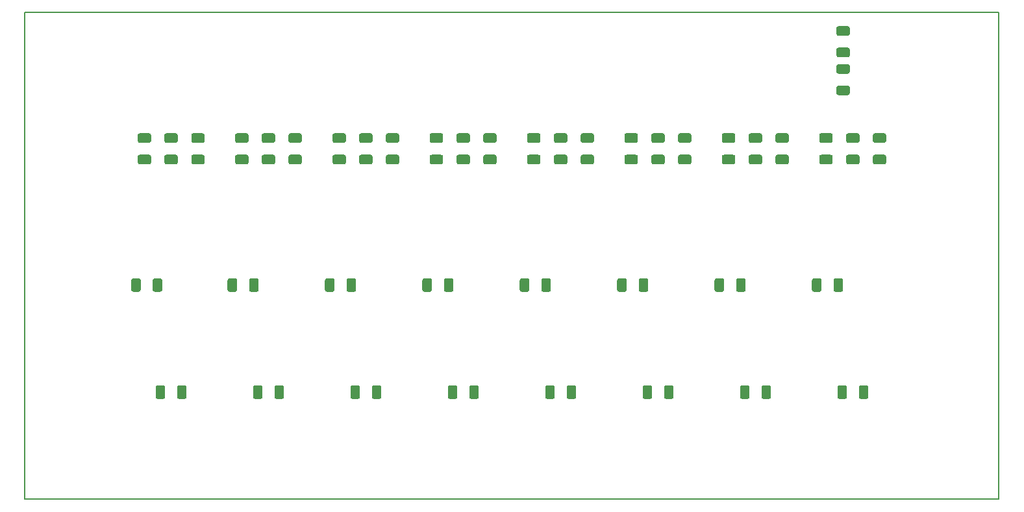
<source format=gbr>
G04 #@! TF.GenerationSoftware,KiCad,Pcbnew,5.1.8+dfsg1-1+b1*
G04 #@! TF.CreationDate,2021-05-07T12:02:56-05:00*
G04 #@! TF.ProjectId,potentiosynth,706f7465-6e74-4696-9f73-796e74682e6b,A*
G04 #@! TF.SameCoordinates,Original*
G04 #@! TF.FileFunction,Paste,Top*
G04 #@! TF.FilePolarity,Positive*
%FSLAX46Y46*%
G04 Gerber Fmt 4.6, Leading zero omitted, Abs format (unit mm)*
G04 Created by KiCad (PCBNEW 5.1.8+dfsg1-1+b1) date 2021-05-07 12:02:56*
%MOMM*%
%LPD*%
G01*
G04 APERTURE LIST*
G04 #@! TA.AperFunction,Profile*
%ADD10C,0.150000*%
G04 #@! TD*
G04 APERTURE END LIST*
D10*
X50800000Y-127000000D02*
X177800000Y-127000000D01*
X50800000Y-63500000D02*
X177800000Y-63500000D01*
X50800000Y-127000000D02*
X50800000Y-63500000D01*
X177800000Y-127000000D02*
X177800000Y-63500000D01*
G36*
G01*
X157975000Y-112405000D02*
X157975000Y-113655000D01*
G75*
G02*
X157725000Y-113905000I-250000J0D01*
G01*
X156975000Y-113905000D01*
G75*
G02*
X156725000Y-113655000I0J250000D01*
G01*
X156725000Y-112405000D01*
G75*
G02*
X156975000Y-112155000I250000J0D01*
G01*
X157725000Y-112155000D01*
G75*
G02*
X157975000Y-112405000I0J-250000D01*
G01*
G37*
G36*
G01*
X160775000Y-112405000D02*
X160775000Y-113655000D01*
G75*
G02*
X160525000Y-113905000I-250000J0D01*
G01*
X159775000Y-113905000D01*
G75*
G02*
X159525000Y-113655000I0J250000D01*
G01*
X159525000Y-112405000D01*
G75*
G02*
X159775000Y-112155000I250000J0D01*
G01*
X160525000Y-112155000D01*
G75*
G02*
X160775000Y-112405000I0J-250000D01*
G01*
G37*
G36*
G01*
X145275000Y-112405000D02*
X145275000Y-113655000D01*
G75*
G02*
X145025000Y-113905000I-250000J0D01*
G01*
X144275000Y-113905000D01*
G75*
G02*
X144025000Y-113655000I0J250000D01*
G01*
X144025000Y-112405000D01*
G75*
G02*
X144275000Y-112155000I250000J0D01*
G01*
X145025000Y-112155000D01*
G75*
G02*
X145275000Y-112405000I0J-250000D01*
G01*
G37*
G36*
G01*
X148075000Y-112405000D02*
X148075000Y-113655000D01*
G75*
G02*
X147825000Y-113905000I-250000J0D01*
G01*
X147075000Y-113905000D01*
G75*
G02*
X146825000Y-113655000I0J250000D01*
G01*
X146825000Y-112405000D01*
G75*
G02*
X147075000Y-112155000I250000J0D01*
G01*
X147825000Y-112155000D01*
G75*
G02*
X148075000Y-112405000I0J-250000D01*
G01*
G37*
G36*
G01*
X132575000Y-112405000D02*
X132575000Y-113655000D01*
G75*
G02*
X132325000Y-113905000I-250000J0D01*
G01*
X131575000Y-113905000D01*
G75*
G02*
X131325000Y-113655000I0J250000D01*
G01*
X131325000Y-112405000D01*
G75*
G02*
X131575000Y-112155000I250000J0D01*
G01*
X132325000Y-112155000D01*
G75*
G02*
X132575000Y-112405000I0J-250000D01*
G01*
G37*
G36*
G01*
X135375000Y-112405000D02*
X135375000Y-113655000D01*
G75*
G02*
X135125000Y-113905000I-250000J0D01*
G01*
X134375000Y-113905000D01*
G75*
G02*
X134125000Y-113655000I0J250000D01*
G01*
X134125000Y-112405000D01*
G75*
G02*
X134375000Y-112155000I250000J0D01*
G01*
X135125000Y-112155000D01*
G75*
G02*
X135375000Y-112405000I0J-250000D01*
G01*
G37*
G36*
G01*
X119875000Y-112405000D02*
X119875000Y-113655000D01*
G75*
G02*
X119625000Y-113905000I-250000J0D01*
G01*
X118875000Y-113905000D01*
G75*
G02*
X118625000Y-113655000I0J250000D01*
G01*
X118625000Y-112405000D01*
G75*
G02*
X118875000Y-112155000I250000J0D01*
G01*
X119625000Y-112155000D01*
G75*
G02*
X119875000Y-112405000I0J-250000D01*
G01*
G37*
G36*
G01*
X122675000Y-112405000D02*
X122675000Y-113655000D01*
G75*
G02*
X122425000Y-113905000I-250000J0D01*
G01*
X121675000Y-113905000D01*
G75*
G02*
X121425000Y-113655000I0J250000D01*
G01*
X121425000Y-112405000D01*
G75*
G02*
X121675000Y-112155000I250000J0D01*
G01*
X122425000Y-112155000D01*
G75*
G02*
X122675000Y-112405000I0J-250000D01*
G01*
G37*
G36*
G01*
X107175000Y-112405000D02*
X107175000Y-113655000D01*
G75*
G02*
X106925000Y-113905000I-250000J0D01*
G01*
X106175000Y-113905000D01*
G75*
G02*
X105925000Y-113655000I0J250000D01*
G01*
X105925000Y-112405000D01*
G75*
G02*
X106175000Y-112155000I250000J0D01*
G01*
X106925000Y-112155000D01*
G75*
G02*
X107175000Y-112405000I0J-250000D01*
G01*
G37*
G36*
G01*
X109975000Y-112405000D02*
X109975000Y-113655000D01*
G75*
G02*
X109725000Y-113905000I-250000J0D01*
G01*
X108975000Y-113905000D01*
G75*
G02*
X108725000Y-113655000I0J250000D01*
G01*
X108725000Y-112405000D01*
G75*
G02*
X108975000Y-112155000I250000J0D01*
G01*
X109725000Y-112155000D01*
G75*
G02*
X109975000Y-112405000I0J-250000D01*
G01*
G37*
G36*
G01*
X94475000Y-112405000D02*
X94475000Y-113655000D01*
G75*
G02*
X94225000Y-113905000I-250000J0D01*
G01*
X93475000Y-113905000D01*
G75*
G02*
X93225000Y-113655000I0J250000D01*
G01*
X93225000Y-112405000D01*
G75*
G02*
X93475000Y-112155000I250000J0D01*
G01*
X94225000Y-112155000D01*
G75*
G02*
X94475000Y-112405000I0J-250000D01*
G01*
G37*
G36*
G01*
X97275000Y-112405000D02*
X97275000Y-113655000D01*
G75*
G02*
X97025000Y-113905000I-250000J0D01*
G01*
X96275000Y-113905000D01*
G75*
G02*
X96025000Y-113655000I0J250000D01*
G01*
X96025000Y-112405000D01*
G75*
G02*
X96275000Y-112155000I250000J0D01*
G01*
X97025000Y-112155000D01*
G75*
G02*
X97275000Y-112405000I0J-250000D01*
G01*
G37*
G36*
G01*
X81775000Y-112405000D02*
X81775000Y-113655000D01*
G75*
G02*
X81525000Y-113905000I-250000J0D01*
G01*
X80775000Y-113905000D01*
G75*
G02*
X80525000Y-113655000I0J250000D01*
G01*
X80525000Y-112405000D01*
G75*
G02*
X80775000Y-112155000I250000J0D01*
G01*
X81525000Y-112155000D01*
G75*
G02*
X81775000Y-112405000I0J-250000D01*
G01*
G37*
G36*
G01*
X84575000Y-112405000D02*
X84575000Y-113655000D01*
G75*
G02*
X84325000Y-113905000I-250000J0D01*
G01*
X83575000Y-113905000D01*
G75*
G02*
X83325000Y-113655000I0J250000D01*
G01*
X83325000Y-112405000D01*
G75*
G02*
X83575000Y-112155000I250000J0D01*
G01*
X84325000Y-112155000D01*
G75*
G02*
X84575000Y-112405000I0J-250000D01*
G01*
G37*
G36*
G01*
X69075000Y-112405000D02*
X69075000Y-113655000D01*
G75*
G02*
X68825000Y-113905000I-250000J0D01*
G01*
X68075000Y-113905000D01*
G75*
G02*
X67825000Y-113655000I0J250000D01*
G01*
X67825000Y-112405000D01*
G75*
G02*
X68075000Y-112155000I250000J0D01*
G01*
X68825000Y-112155000D01*
G75*
G02*
X69075000Y-112405000I0J-250000D01*
G01*
G37*
G36*
G01*
X71875000Y-112405000D02*
X71875000Y-113655000D01*
G75*
G02*
X71625000Y-113905000I-250000J0D01*
G01*
X70875000Y-113905000D01*
G75*
G02*
X70625000Y-113655000I0J250000D01*
G01*
X70625000Y-112405000D01*
G75*
G02*
X70875000Y-112155000I250000J0D01*
G01*
X71625000Y-112155000D01*
G75*
G02*
X71875000Y-112405000I0J-250000D01*
G01*
G37*
G36*
G01*
X158105000Y-66535000D02*
X156855000Y-66535000D01*
G75*
G02*
X156605000Y-66285000I0J250000D01*
G01*
X156605000Y-65535000D01*
G75*
G02*
X156855000Y-65285000I250000J0D01*
G01*
X158105000Y-65285000D01*
G75*
G02*
X158355000Y-65535000I0J-250000D01*
G01*
X158355000Y-66285000D01*
G75*
G02*
X158105000Y-66535000I-250000J0D01*
G01*
G37*
G36*
G01*
X158105000Y-69335000D02*
X156855000Y-69335000D01*
G75*
G02*
X156605000Y-69085000I0J250000D01*
G01*
X156605000Y-68335000D01*
G75*
G02*
X156855000Y-68085000I250000J0D01*
G01*
X158105000Y-68085000D01*
G75*
G02*
X158355000Y-68335000I0J-250000D01*
G01*
X158355000Y-69085000D01*
G75*
G02*
X158105000Y-69335000I-250000J0D01*
G01*
G37*
G36*
G01*
X158105000Y-71485000D02*
X156855000Y-71485000D01*
G75*
G02*
X156605000Y-71235000I0J250000D01*
G01*
X156605000Y-70485000D01*
G75*
G02*
X156855000Y-70235000I250000J0D01*
G01*
X158105000Y-70235000D01*
G75*
G02*
X158355000Y-70485000I0J-250000D01*
G01*
X158355000Y-71235000D01*
G75*
G02*
X158105000Y-71485000I-250000J0D01*
G01*
G37*
G36*
G01*
X158105000Y-74285000D02*
X156855000Y-74285000D01*
G75*
G02*
X156605000Y-74035000I0J250000D01*
G01*
X156605000Y-73285000D01*
G75*
G02*
X156855000Y-73035000I250000J0D01*
G01*
X158105000Y-73035000D01*
G75*
G02*
X158355000Y-73285000I0J-250000D01*
G01*
X158355000Y-74035000D01*
G75*
G02*
X158105000Y-74285000I-250000J0D01*
G01*
G37*
G36*
G01*
X159375000Y-80505000D02*
X158125000Y-80505000D01*
G75*
G02*
X157875000Y-80255000I0J250000D01*
G01*
X157875000Y-79505000D01*
G75*
G02*
X158125000Y-79255000I250000J0D01*
G01*
X159375000Y-79255000D01*
G75*
G02*
X159625000Y-79505000I0J-250000D01*
G01*
X159625000Y-80255000D01*
G75*
G02*
X159375000Y-80505000I-250000J0D01*
G01*
G37*
G36*
G01*
X159375000Y-83305000D02*
X158125000Y-83305000D01*
G75*
G02*
X157875000Y-83055000I0J250000D01*
G01*
X157875000Y-82305000D01*
G75*
G02*
X158125000Y-82055000I250000J0D01*
G01*
X159375000Y-82055000D01*
G75*
G02*
X159625000Y-82305000I0J-250000D01*
G01*
X159625000Y-83055000D01*
G75*
G02*
X159375000Y-83305000I-250000J0D01*
G01*
G37*
G36*
G01*
X146675000Y-80505000D02*
X145425000Y-80505000D01*
G75*
G02*
X145175000Y-80255000I0J250000D01*
G01*
X145175000Y-79505000D01*
G75*
G02*
X145425000Y-79255000I250000J0D01*
G01*
X146675000Y-79255000D01*
G75*
G02*
X146925000Y-79505000I0J-250000D01*
G01*
X146925000Y-80255000D01*
G75*
G02*
X146675000Y-80505000I-250000J0D01*
G01*
G37*
G36*
G01*
X146675000Y-83305000D02*
X145425000Y-83305000D01*
G75*
G02*
X145175000Y-83055000I0J250000D01*
G01*
X145175000Y-82305000D01*
G75*
G02*
X145425000Y-82055000I250000J0D01*
G01*
X146675000Y-82055000D01*
G75*
G02*
X146925000Y-82305000I0J-250000D01*
G01*
X146925000Y-83055000D01*
G75*
G02*
X146675000Y-83305000I-250000J0D01*
G01*
G37*
G36*
G01*
X133975000Y-80505000D02*
X132725000Y-80505000D01*
G75*
G02*
X132475000Y-80255000I0J250000D01*
G01*
X132475000Y-79505000D01*
G75*
G02*
X132725000Y-79255000I250000J0D01*
G01*
X133975000Y-79255000D01*
G75*
G02*
X134225000Y-79505000I0J-250000D01*
G01*
X134225000Y-80255000D01*
G75*
G02*
X133975000Y-80505000I-250000J0D01*
G01*
G37*
G36*
G01*
X133975000Y-83305000D02*
X132725000Y-83305000D01*
G75*
G02*
X132475000Y-83055000I0J250000D01*
G01*
X132475000Y-82305000D01*
G75*
G02*
X132725000Y-82055000I250000J0D01*
G01*
X133975000Y-82055000D01*
G75*
G02*
X134225000Y-82305000I0J-250000D01*
G01*
X134225000Y-83055000D01*
G75*
G02*
X133975000Y-83305000I-250000J0D01*
G01*
G37*
G36*
G01*
X121275000Y-80505000D02*
X120025000Y-80505000D01*
G75*
G02*
X119775000Y-80255000I0J250000D01*
G01*
X119775000Y-79505000D01*
G75*
G02*
X120025000Y-79255000I250000J0D01*
G01*
X121275000Y-79255000D01*
G75*
G02*
X121525000Y-79505000I0J-250000D01*
G01*
X121525000Y-80255000D01*
G75*
G02*
X121275000Y-80505000I-250000J0D01*
G01*
G37*
G36*
G01*
X121275000Y-83305000D02*
X120025000Y-83305000D01*
G75*
G02*
X119775000Y-83055000I0J250000D01*
G01*
X119775000Y-82305000D01*
G75*
G02*
X120025000Y-82055000I250000J0D01*
G01*
X121275000Y-82055000D01*
G75*
G02*
X121525000Y-82305000I0J-250000D01*
G01*
X121525000Y-83055000D01*
G75*
G02*
X121275000Y-83305000I-250000J0D01*
G01*
G37*
G36*
G01*
X108575000Y-80505000D02*
X107325000Y-80505000D01*
G75*
G02*
X107075000Y-80255000I0J250000D01*
G01*
X107075000Y-79505000D01*
G75*
G02*
X107325000Y-79255000I250000J0D01*
G01*
X108575000Y-79255000D01*
G75*
G02*
X108825000Y-79505000I0J-250000D01*
G01*
X108825000Y-80255000D01*
G75*
G02*
X108575000Y-80505000I-250000J0D01*
G01*
G37*
G36*
G01*
X108575000Y-83305000D02*
X107325000Y-83305000D01*
G75*
G02*
X107075000Y-83055000I0J250000D01*
G01*
X107075000Y-82305000D01*
G75*
G02*
X107325000Y-82055000I250000J0D01*
G01*
X108575000Y-82055000D01*
G75*
G02*
X108825000Y-82305000I0J-250000D01*
G01*
X108825000Y-83055000D01*
G75*
G02*
X108575000Y-83305000I-250000J0D01*
G01*
G37*
G36*
G01*
X95875000Y-80505000D02*
X94625000Y-80505000D01*
G75*
G02*
X94375000Y-80255000I0J250000D01*
G01*
X94375000Y-79505000D01*
G75*
G02*
X94625000Y-79255000I250000J0D01*
G01*
X95875000Y-79255000D01*
G75*
G02*
X96125000Y-79505000I0J-250000D01*
G01*
X96125000Y-80255000D01*
G75*
G02*
X95875000Y-80505000I-250000J0D01*
G01*
G37*
G36*
G01*
X95875000Y-83305000D02*
X94625000Y-83305000D01*
G75*
G02*
X94375000Y-83055000I0J250000D01*
G01*
X94375000Y-82305000D01*
G75*
G02*
X94625000Y-82055000I250000J0D01*
G01*
X95875000Y-82055000D01*
G75*
G02*
X96125000Y-82305000I0J-250000D01*
G01*
X96125000Y-83055000D01*
G75*
G02*
X95875000Y-83305000I-250000J0D01*
G01*
G37*
G36*
G01*
X83175000Y-80505000D02*
X81925000Y-80505000D01*
G75*
G02*
X81675000Y-80255000I0J250000D01*
G01*
X81675000Y-79505000D01*
G75*
G02*
X81925000Y-79255000I250000J0D01*
G01*
X83175000Y-79255000D01*
G75*
G02*
X83425000Y-79505000I0J-250000D01*
G01*
X83425000Y-80255000D01*
G75*
G02*
X83175000Y-80505000I-250000J0D01*
G01*
G37*
G36*
G01*
X83175000Y-83305000D02*
X81925000Y-83305000D01*
G75*
G02*
X81675000Y-83055000I0J250000D01*
G01*
X81675000Y-82305000D01*
G75*
G02*
X81925000Y-82055000I250000J0D01*
G01*
X83175000Y-82055000D01*
G75*
G02*
X83425000Y-82305000I0J-250000D01*
G01*
X83425000Y-83055000D01*
G75*
G02*
X83175000Y-83305000I-250000J0D01*
G01*
G37*
G36*
G01*
X70475000Y-80505000D02*
X69225000Y-80505000D01*
G75*
G02*
X68975000Y-80255000I0J250000D01*
G01*
X68975000Y-79505000D01*
G75*
G02*
X69225000Y-79255000I250000J0D01*
G01*
X70475000Y-79255000D01*
G75*
G02*
X70725000Y-79505000I0J-250000D01*
G01*
X70725000Y-80255000D01*
G75*
G02*
X70475000Y-80505000I-250000J0D01*
G01*
G37*
G36*
G01*
X70475000Y-83305000D02*
X69225000Y-83305000D01*
G75*
G02*
X68975000Y-83055000I0J250000D01*
G01*
X68975000Y-82305000D01*
G75*
G02*
X69225000Y-82055000I250000J0D01*
G01*
X70475000Y-82055000D01*
G75*
G02*
X70725000Y-82305000I0J-250000D01*
G01*
X70725000Y-83055000D01*
G75*
G02*
X70475000Y-83305000I-250000J0D01*
G01*
G37*
G36*
G01*
X162852500Y-80505000D02*
X161602500Y-80505000D01*
G75*
G02*
X161352500Y-80255000I0J250000D01*
G01*
X161352500Y-79505000D01*
G75*
G02*
X161602500Y-79255000I250000J0D01*
G01*
X162852500Y-79255000D01*
G75*
G02*
X163102500Y-79505000I0J-250000D01*
G01*
X163102500Y-80255000D01*
G75*
G02*
X162852500Y-80505000I-250000J0D01*
G01*
G37*
G36*
G01*
X162852500Y-83305000D02*
X161602500Y-83305000D01*
G75*
G02*
X161352500Y-83055000I0J250000D01*
G01*
X161352500Y-82305000D01*
G75*
G02*
X161602500Y-82055000I250000J0D01*
G01*
X162852500Y-82055000D01*
G75*
G02*
X163102500Y-82305000I0J-250000D01*
G01*
X163102500Y-83055000D01*
G75*
G02*
X162852500Y-83305000I-250000J0D01*
G01*
G37*
G36*
G01*
X150152500Y-80505000D02*
X148902500Y-80505000D01*
G75*
G02*
X148652500Y-80255000I0J250000D01*
G01*
X148652500Y-79505000D01*
G75*
G02*
X148902500Y-79255000I250000J0D01*
G01*
X150152500Y-79255000D01*
G75*
G02*
X150402500Y-79505000I0J-250000D01*
G01*
X150402500Y-80255000D01*
G75*
G02*
X150152500Y-80505000I-250000J0D01*
G01*
G37*
G36*
G01*
X150152500Y-83305000D02*
X148902500Y-83305000D01*
G75*
G02*
X148652500Y-83055000I0J250000D01*
G01*
X148652500Y-82305000D01*
G75*
G02*
X148902500Y-82055000I250000J0D01*
G01*
X150152500Y-82055000D01*
G75*
G02*
X150402500Y-82305000I0J-250000D01*
G01*
X150402500Y-83055000D01*
G75*
G02*
X150152500Y-83305000I-250000J0D01*
G01*
G37*
G36*
G01*
X137452500Y-80505000D02*
X136202500Y-80505000D01*
G75*
G02*
X135952500Y-80255000I0J250000D01*
G01*
X135952500Y-79505000D01*
G75*
G02*
X136202500Y-79255000I250000J0D01*
G01*
X137452500Y-79255000D01*
G75*
G02*
X137702500Y-79505000I0J-250000D01*
G01*
X137702500Y-80255000D01*
G75*
G02*
X137452500Y-80505000I-250000J0D01*
G01*
G37*
G36*
G01*
X137452500Y-83305000D02*
X136202500Y-83305000D01*
G75*
G02*
X135952500Y-83055000I0J250000D01*
G01*
X135952500Y-82305000D01*
G75*
G02*
X136202500Y-82055000I250000J0D01*
G01*
X137452500Y-82055000D01*
G75*
G02*
X137702500Y-82305000I0J-250000D01*
G01*
X137702500Y-83055000D01*
G75*
G02*
X137452500Y-83305000I-250000J0D01*
G01*
G37*
G36*
G01*
X124752500Y-80505000D02*
X123502500Y-80505000D01*
G75*
G02*
X123252500Y-80255000I0J250000D01*
G01*
X123252500Y-79505000D01*
G75*
G02*
X123502500Y-79255000I250000J0D01*
G01*
X124752500Y-79255000D01*
G75*
G02*
X125002500Y-79505000I0J-250000D01*
G01*
X125002500Y-80255000D01*
G75*
G02*
X124752500Y-80505000I-250000J0D01*
G01*
G37*
G36*
G01*
X124752500Y-83305000D02*
X123502500Y-83305000D01*
G75*
G02*
X123252500Y-83055000I0J250000D01*
G01*
X123252500Y-82305000D01*
G75*
G02*
X123502500Y-82055000I250000J0D01*
G01*
X124752500Y-82055000D01*
G75*
G02*
X125002500Y-82305000I0J-250000D01*
G01*
X125002500Y-83055000D01*
G75*
G02*
X124752500Y-83305000I-250000J0D01*
G01*
G37*
G36*
G01*
X112052500Y-80505000D02*
X110802500Y-80505000D01*
G75*
G02*
X110552500Y-80255000I0J250000D01*
G01*
X110552500Y-79505000D01*
G75*
G02*
X110802500Y-79255000I250000J0D01*
G01*
X112052500Y-79255000D01*
G75*
G02*
X112302500Y-79505000I0J-250000D01*
G01*
X112302500Y-80255000D01*
G75*
G02*
X112052500Y-80505000I-250000J0D01*
G01*
G37*
G36*
G01*
X112052500Y-83305000D02*
X110802500Y-83305000D01*
G75*
G02*
X110552500Y-83055000I0J250000D01*
G01*
X110552500Y-82305000D01*
G75*
G02*
X110802500Y-82055000I250000J0D01*
G01*
X112052500Y-82055000D01*
G75*
G02*
X112302500Y-82305000I0J-250000D01*
G01*
X112302500Y-83055000D01*
G75*
G02*
X112052500Y-83305000I-250000J0D01*
G01*
G37*
G36*
G01*
X99352500Y-80505000D02*
X98102500Y-80505000D01*
G75*
G02*
X97852500Y-80255000I0J250000D01*
G01*
X97852500Y-79505000D01*
G75*
G02*
X98102500Y-79255000I250000J0D01*
G01*
X99352500Y-79255000D01*
G75*
G02*
X99602500Y-79505000I0J-250000D01*
G01*
X99602500Y-80255000D01*
G75*
G02*
X99352500Y-80505000I-250000J0D01*
G01*
G37*
G36*
G01*
X99352500Y-83305000D02*
X98102500Y-83305000D01*
G75*
G02*
X97852500Y-83055000I0J250000D01*
G01*
X97852500Y-82305000D01*
G75*
G02*
X98102500Y-82055000I250000J0D01*
G01*
X99352500Y-82055000D01*
G75*
G02*
X99602500Y-82305000I0J-250000D01*
G01*
X99602500Y-83055000D01*
G75*
G02*
X99352500Y-83305000I-250000J0D01*
G01*
G37*
G36*
G01*
X86652500Y-80505000D02*
X85402500Y-80505000D01*
G75*
G02*
X85152500Y-80255000I0J250000D01*
G01*
X85152500Y-79505000D01*
G75*
G02*
X85402500Y-79255000I250000J0D01*
G01*
X86652500Y-79255000D01*
G75*
G02*
X86902500Y-79505000I0J-250000D01*
G01*
X86902500Y-80255000D01*
G75*
G02*
X86652500Y-80505000I-250000J0D01*
G01*
G37*
G36*
G01*
X86652500Y-83305000D02*
X85402500Y-83305000D01*
G75*
G02*
X85152500Y-83055000I0J250000D01*
G01*
X85152500Y-82305000D01*
G75*
G02*
X85402500Y-82055000I250000J0D01*
G01*
X86652500Y-82055000D01*
G75*
G02*
X86902500Y-82305000I0J-250000D01*
G01*
X86902500Y-83055000D01*
G75*
G02*
X86652500Y-83305000I-250000J0D01*
G01*
G37*
G36*
G01*
X73982500Y-80505000D02*
X72732500Y-80505000D01*
G75*
G02*
X72482500Y-80255000I0J250000D01*
G01*
X72482500Y-79505000D01*
G75*
G02*
X72732500Y-79255000I250000J0D01*
G01*
X73982500Y-79255000D01*
G75*
G02*
X74232500Y-79505000I0J-250000D01*
G01*
X74232500Y-80255000D01*
G75*
G02*
X73982500Y-80505000I-250000J0D01*
G01*
G37*
G36*
G01*
X73982500Y-83305000D02*
X72732500Y-83305000D01*
G75*
G02*
X72482500Y-83055000I0J250000D01*
G01*
X72482500Y-82305000D01*
G75*
G02*
X72732500Y-82055000I250000J0D01*
G01*
X73982500Y-82055000D01*
G75*
G02*
X74232500Y-82305000I0J-250000D01*
G01*
X74232500Y-83055000D01*
G75*
G02*
X73982500Y-83305000I-250000J0D01*
G01*
G37*
G36*
G01*
X154670000Y-98435000D02*
X154670000Y-99685000D01*
G75*
G02*
X154420000Y-99935000I-250000J0D01*
G01*
X153670000Y-99935000D01*
G75*
G02*
X153420000Y-99685000I0J250000D01*
G01*
X153420000Y-98435000D01*
G75*
G02*
X153670000Y-98185000I250000J0D01*
G01*
X154420000Y-98185000D01*
G75*
G02*
X154670000Y-98435000I0J-250000D01*
G01*
G37*
G36*
G01*
X157470000Y-98435000D02*
X157470000Y-99685000D01*
G75*
G02*
X157220000Y-99935000I-250000J0D01*
G01*
X156470000Y-99935000D01*
G75*
G02*
X156220000Y-99685000I0J250000D01*
G01*
X156220000Y-98435000D01*
G75*
G02*
X156470000Y-98185000I250000J0D01*
G01*
X157220000Y-98185000D01*
G75*
G02*
X157470000Y-98435000I0J-250000D01*
G01*
G37*
G36*
G01*
X141970000Y-98435000D02*
X141970000Y-99685000D01*
G75*
G02*
X141720000Y-99935000I-250000J0D01*
G01*
X140970000Y-99935000D01*
G75*
G02*
X140720000Y-99685000I0J250000D01*
G01*
X140720000Y-98435000D01*
G75*
G02*
X140970000Y-98185000I250000J0D01*
G01*
X141720000Y-98185000D01*
G75*
G02*
X141970000Y-98435000I0J-250000D01*
G01*
G37*
G36*
G01*
X144770000Y-98435000D02*
X144770000Y-99685000D01*
G75*
G02*
X144520000Y-99935000I-250000J0D01*
G01*
X143770000Y-99935000D01*
G75*
G02*
X143520000Y-99685000I0J250000D01*
G01*
X143520000Y-98435000D01*
G75*
G02*
X143770000Y-98185000I250000J0D01*
G01*
X144520000Y-98185000D01*
G75*
G02*
X144770000Y-98435000I0J-250000D01*
G01*
G37*
G36*
G01*
X129270000Y-98435000D02*
X129270000Y-99685000D01*
G75*
G02*
X129020000Y-99935000I-250000J0D01*
G01*
X128270000Y-99935000D01*
G75*
G02*
X128020000Y-99685000I0J250000D01*
G01*
X128020000Y-98435000D01*
G75*
G02*
X128270000Y-98185000I250000J0D01*
G01*
X129020000Y-98185000D01*
G75*
G02*
X129270000Y-98435000I0J-250000D01*
G01*
G37*
G36*
G01*
X132070000Y-98435000D02*
X132070000Y-99685000D01*
G75*
G02*
X131820000Y-99935000I-250000J0D01*
G01*
X131070000Y-99935000D01*
G75*
G02*
X130820000Y-99685000I0J250000D01*
G01*
X130820000Y-98435000D01*
G75*
G02*
X131070000Y-98185000I250000J0D01*
G01*
X131820000Y-98185000D01*
G75*
G02*
X132070000Y-98435000I0J-250000D01*
G01*
G37*
G36*
G01*
X116570000Y-98435000D02*
X116570000Y-99685000D01*
G75*
G02*
X116320000Y-99935000I-250000J0D01*
G01*
X115570000Y-99935000D01*
G75*
G02*
X115320000Y-99685000I0J250000D01*
G01*
X115320000Y-98435000D01*
G75*
G02*
X115570000Y-98185000I250000J0D01*
G01*
X116320000Y-98185000D01*
G75*
G02*
X116570000Y-98435000I0J-250000D01*
G01*
G37*
G36*
G01*
X119370000Y-98435000D02*
X119370000Y-99685000D01*
G75*
G02*
X119120000Y-99935000I-250000J0D01*
G01*
X118370000Y-99935000D01*
G75*
G02*
X118120000Y-99685000I0J250000D01*
G01*
X118120000Y-98435000D01*
G75*
G02*
X118370000Y-98185000I250000J0D01*
G01*
X119120000Y-98185000D01*
G75*
G02*
X119370000Y-98435000I0J-250000D01*
G01*
G37*
G36*
G01*
X103870000Y-98435000D02*
X103870000Y-99685000D01*
G75*
G02*
X103620000Y-99935000I-250000J0D01*
G01*
X102870000Y-99935000D01*
G75*
G02*
X102620000Y-99685000I0J250000D01*
G01*
X102620000Y-98435000D01*
G75*
G02*
X102870000Y-98185000I250000J0D01*
G01*
X103620000Y-98185000D01*
G75*
G02*
X103870000Y-98435000I0J-250000D01*
G01*
G37*
G36*
G01*
X106670000Y-98435000D02*
X106670000Y-99685000D01*
G75*
G02*
X106420000Y-99935000I-250000J0D01*
G01*
X105670000Y-99935000D01*
G75*
G02*
X105420000Y-99685000I0J250000D01*
G01*
X105420000Y-98435000D01*
G75*
G02*
X105670000Y-98185000I250000J0D01*
G01*
X106420000Y-98185000D01*
G75*
G02*
X106670000Y-98435000I0J-250000D01*
G01*
G37*
G36*
G01*
X91170000Y-98435000D02*
X91170000Y-99685000D01*
G75*
G02*
X90920000Y-99935000I-250000J0D01*
G01*
X90170000Y-99935000D01*
G75*
G02*
X89920000Y-99685000I0J250000D01*
G01*
X89920000Y-98435000D01*
G75*
G02*
X90170000Y-98185000I250000J0D01*
G01*
X90920000Y-98185000D01*
G75*
G02*
X91170000Y-98435000I0J-250000D01*
G01*
G37*
G36*
G01*
X93970000Y-98435000D02*
X93970000Y-99685000D01*
G75*
G02*
X93720000Y-99935000I-250000J0D01*
G01*
X92970000Y-99935000D01*
G75*
G02*
X92720000Y-99685000I0J250000D01*
G01*
X92720000Y-98435000D01*
G75*
G02*
X92970000Y-98185000I250000J0D01*
G01*
X93720000Y-98185000D01*
G75*
G02*
X93970000Y-98435000I0J-250000D01*
G01*
G37*
G36*
G01*
X78470000Y-98435000D02*
X78470000Y-99685000D01*
G75*
G02*
X78220000Y-99935000I-250000J0D01*
G01*
X77470000Y-99935000D01*
G75*
G02*
X77220000Y-99685000I0J250000D01*
G01*
X77220000Y-98435000D01*
G75*
G02*
X77470000Y-98185000I250000J0D01*
G01*
X78220000Y-98185000D01*
G75*
G02*
X78470000Y-98435000I0J-250000D01*
G01*
G37*
G36*
G01*
X81270000Y-98435000D02*
X81270000Y-99685000D01*
G75*
G02*
X81020000Y-99935000I-250000J0D01*
G01*
X80270000Y-99935000D01*
G75*
G02*
X80020000Y-99685000I0J250000D01*
G01*
X80020000Y-98435000D01*
G75*
G02*
X80270000Y-98185000I250000J0D01*
G01*
X81020000Y-98185000D01*
G75*
G02*
X81270000Y-98435000I0J-250000D01*
G01*
G37*
G36*
G01*
X65900000Y-98435000D02*
X65900000Y-99685000D01*
G75*
G02*
X65650000Y-99935000I-250000J0D01*
G01*
X64900000Y-99935000D01*
G75*
G02*
X64650000Y-99685000I0J250000D01*
G01*
X64650000Y-98435000D01*
G75*
G02*
X64900000Y-98185000I250000J0D01*
G01*
X65650000Y-98185000D01*
G75*
G02*
X65900000Y-98435000I0J-250000D01*
G01*
G37*
G36*
G01*
X68700000Y-98435000D02*
X68700000Y-99685000D01*
G75*
G02*
X68450000Y-99935000I-250000J0D01*
G01*
X67700000Y-99935000D01*
G75*
G02*
X67450000Y-99685000I0J250000D01*
G01*
X67450000Y-98435000D01*
G75*
G02*
X67700000Y-98185000I250000J0D01*
G01*
X68450000Y-98185000D01*
G75*
G02*
X68700000Y-98435000I0J-250000D01*
G01*
G37*
G36*
G01*
X154617500Y-82055000D02*
X155867500Y-82055000D01*
G75*
G02*
X156117500Y-82305000I0J-250000D01*
G01*
X156117500Y-83055000D01*
G75*
G02*
X155867500Y-83305000I-250000J0D01*
G01*
X154617500Y-83305000D01*
G75*
G02*
X154367500Y-83055000I0J250000D01*
G01*
X154367500Y-82305000D01*
G75*
G02*
X154617500Y-82055000I250000J0D01*
G01*
G37*
G36*
G01*
X154617500Y-79255000D02*
X155867500Y-79255000D01*
G75*
G02*
X156117500Y-79505000I0J-250000D01*
G01*
X156117500Y-80255000D01*
G75*
G02*
X155867500Y-80505000I-250000J0D01*
G01*
X154617500Y-80505000D01*
G75*
G02*
X154367500Y-80255000I0J250000D01*
G01*
X154367500Y-79505000D01*
G75*
G02*
X154617500Y-79255000I250000J0D01*
G01*
G37*
G36*
G01*
X141917500Y-82055000D02*
X143167500Y-82055000D01*
G75*
G02*
X143417500Y-82305000I0J-250000D01*
G01*
X143417500Y-83055000D01*
G75*
G02*
X143167500Y-83305000I-250000J0D01*
G01*
X141917500Y-83305000D01*
G75*
G02*
X141667500Y-83055000I0J250000D01*
G01*
X141667500Y-82305000D01*
G75*
G02*
X141917500Y-82055000I250000J0D01*
G01*
G37*
G36*
G01*
X141917500Y-79255000D02*
X143167500Y-79255000D01*
G75*
G02*
X143417500Y-79505000I0J-250000D01*
G01*
X143417500Y-80255000D01*
G75*
G02*
X143167500Y-80505000I-250000J0D01*
G01*
X141917500Y-80505000D01*
G75*
G02*
X141667500Y-80255000I0J250000D01*
G01*
X141667500Y-79505000D01*
G75*
G02*
X141917500Y-79255000I250000J0D01*
G01*
G37*
G36*
G01*
X129217500Y-82055000D02*
X130467500Y-82055000D01*
G75*
G02*
X130717500Y-82305000I0J-250000D01*
G01*
X130717500Y-83055000D01*
G75*
G02*
X130467500Y-83305000I-250000J0D01*
G01*
X129217500Y-83305000D01*
G75*
G02*
X128967500Y-83055000I0J250000D01*
G01*
X128967500Y-82305000D01*
G75*
G02*
X129217500Y-82055000I250000J0D01*
G01*
G37*
G36*
G01*
X129217500Y-79255000D02*
X130467500Y-79255000D01*
G75*
G02*
X130717500Y-79505000I0J-250000D01*
G01*
X130717500Y-80255000D01*
G75*
G02*
X130467500Y-80505000I-250000J0D01*
G01*
X129217500Y-80505000D01*
G75*
G02*
X128967500Y-80255000I0J250000D01*
G01*
X128967500Y-79505000D01*
G75*
G02*
X129217500Y-79255000I250000J0D01*
G01*
G37*
G36*
G01*
X116517500Y-82055000D02*
X117767500Y-82055000D01*
G75*
G02*
X118017500Y-82305000I0J-250000D01*
G01*
X118017500Y-83055000D01*
G75*
G02*
X117767500Y-83305000I-250000J0D01*
G01*
X116517500Y-83305000D01*
G75*
G02*
X116267500Y-83055000I0J250000D01*
G01*
X116267500Y-82305000D01*
G75*
G02*
X116517500Y-82055000I250000J0D01*
G01*
G37*
G36*
G01*
X116517500Y-79255000D02*
X117767500Y-79255000D01*
G75*
G02*
X118017500Y-79505000I0J-250000D01*
G01*
X118017500Y-80255000D01*
G75*
G02*
X117767500Y-80505000I-250000J0D01*
G01*
X116517500Y-80505000D01*
G75*
G02*
X116267500Y-80255000I0J250000D01*
G01*
X116267500Y-79505000D01*
G75*
G02*
X116517500Y-79255000I250000J0D01*
G01*
G37*
G36*
G01*
X103817500Y-82055000D02*
X105067500Y-82055000D01*
G75*
G02*
X105317500Y-82305000I0J-250000D01*
G01*
X105317500Y-83055000D01*
G75*
G02*
X105067500Y-83305000I-250000J0D01*
G01*
X103817500Y-83305000D01*
G75*
G02*
X103567500Y-83055000I0J250000D01*
G01*
X103567500Y-82305000D01*
G75*
G02*
X103817500Y-82055000I250000J0D01*
G01*
G37*
G36*
G01*
X103817500Y-79255000D02*
X105067500Y-79255000D01*
G75*
G02*
X105317500Y-79505000I0J-250000D01*
G01*
X105317500Y-80255000D01*
G75*
G02*
X105067500Y-80505000I-250000J0D01*
G01*
X103817500Y-80505000D01*
G75*
G02*
X103567500Y-80255000I0J250000D01*
G01*
X103567500Y-79505000D01*
G75*
G02*
X103817500Y-79255000I250000J0D01*
G01*
G37*
G36*
G01*
X91147500Y-82055000D02*
X92397500Y-82055000D01*
G75*
G02*
X92647500Y-82305000I0J-250000D01*
G01*
X92647500Y-83055000D01*
G75*
G02*
X92397500Y-83305000I-250000J0D01*
G01*
X91147500Y-83305000D01*
G75*
G02*
X90897500Y-83055000I0J250000D01*
G01*
X90897500Y-82305000D01*
G75*
G02*
X91147500Y-82055000I250000J0D01*
G01*
G37*
G36*
G01*
X91147500Y-79255000D02*
X92397500Y-79255000D01*
G75*
G02*
X92647500Y-79505000I0J-250000D01*
G01*
X92647500Y-80255000D01*
G75*
G02*
X92397500Y-80505000I-250000J0D01*
G01*
X91147500Y-80505000D01*
G75*
G02*
X90897500Y-80255000I0J250000D01*
G01*
X90897500Y-79505000D01*
G75*
G02*
X91147500Y-79255000I250000J0D01*
G01*
G37*
G36*
G01*
X78447500Y-82055000D02*
X79697500Y-82055000D01*
G75*
G02*
X79947500Y-82305000I0J-250000D01*
G01*
X79947500Y-83055000D01*
G75*
G02*
X79697500Y-83305000I-250000J0D01*
G01*
X78447500Y-83305000D01*
G75*
G02*
X78197500Y-83055000I0J250000D01*
G01*
X78197500Y-82305000D01*
G75*
G02*
X78447500Y-82055000I250000J0D01*
G01*
G37*
G36*
G01*
X78447500Y-79255000D02*
X79697500Y-79255000D01*
G75*
G02*
X79947500Y-79505000I0J-250000D01*
G01*
X79947500Y-80255000D01*
G75*
G02*
X79697500Y-80505000I-250000J0D01*
G01*
X78447500Y-80505000D01*
G75*
G02*
X78197500Y-80255000I0J250000D01*
G01*
X78197500Y-79505000D01*
G75*
G02*
X78447500Y-79255000I250000J0D01*
G01*
G37*
G36*
G01*
X65747500Y-82055000D02*
X66997500Y-82055000D01*
G75*
G02*
X67247500Y-82305000I0J-250000D01*
G01*
X67247500Y-83055000D01*
G75*
G02*
X66997500Y-83305000I-250000J0D01*
G01*
X65747500Y-83305000D01*
G75*
G02*
X65497500Y-83055000I0J250000D01*
G01*
X65497500Y-82305000D01*
G75*
G02*
X65747500Y-82055000I250000J0D01*
G01*
G37*
G36*
G01*
X65747500Y-79255000D02*
X66997500Y-79255000D01*
G75*
G02*
X67247500Y-79505000I0J-250000D01*
G01*
X67247500Y-80255000D01*
G75*
G02*
X66997500Y-80505000I-250000J0D01*
G01*
X65747500Y-80505000D01*
G75*
G02*
X65497500Y-80255000I0J250000D01*
G01*
X65497500Y-79505000D01*
G75*
G02*
X65747500Y-79255000I250000J0D01*
G01*
G37*
M02*

</source>
